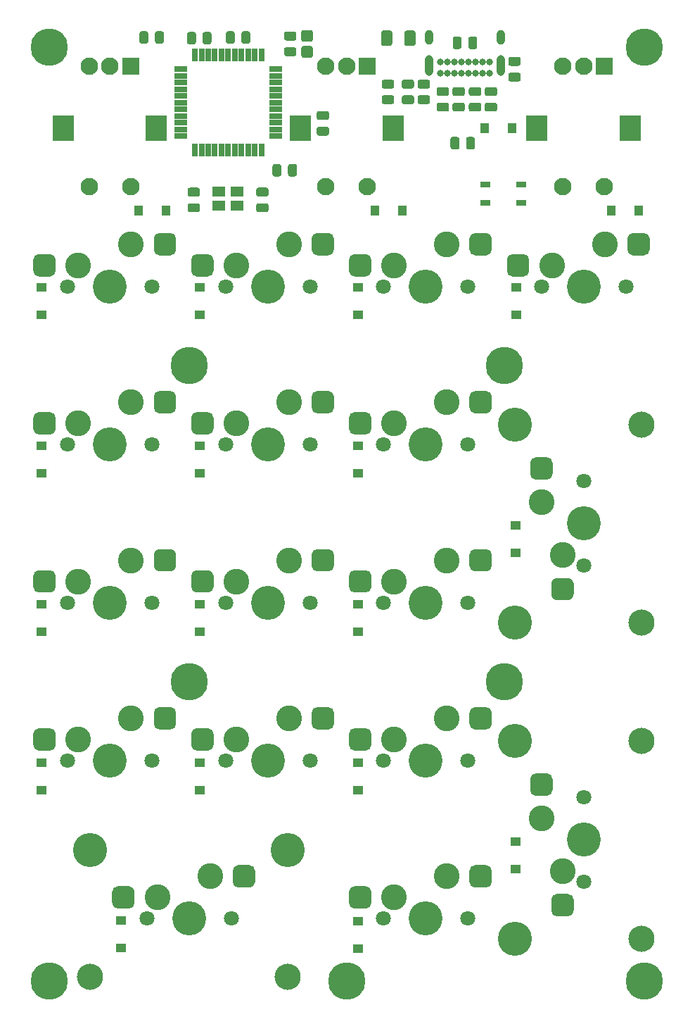
<source format=gbr>
%TF.GenerationSoftware,KiCad,Pcbnew,(5.1.6)-1*%
%TF.CreationDate,2020-11-22T11:15:34-08:00*%
%TF.ProjectId,tenkey_plusplus,74656e6b-6579-45f7-906c-7573706c7573,1*%
%TF.SameCoordinates,Original*%
%TF.FileFunction,Soldermask,Bot*%
%TF.FilePolarity,Negative*%
%FSLAX46Y46*%
G04 Gerber Fmt 4.6, Leading zero omitted, Abs format (unit mm)*
G04 Created by KiCad (PCBNEW (5.1.6)-1) date 2020-11-22 11:15:34*
%MOMM*%
%LPD*%
G01*
G04 APERTURE LIST*
%ADD10R,1.500000X1.300000*%
%ADD11R,1.150000X0.750000*%
%ADD12C,4.100000*%
%ADD13C,3.150000*%
%ADD14C,1.800000*%
%ADD15C,3.100000*%
%ADD16C,4.090000*%
%ADD17C,4.500000*%
%ADD18R,2.100000X2.100000*%
%ADD19C,2.100000*%
%ADD20R,2.600000X3.100000*%
%ADD21R,1.000000X1.300000*%
%ADD22R,0.650000X1.600000*%
%ADD23R,1.600000X0.650000*%
%ADD24O,1.000000X1.800000*%
%ADD25O,1.000000X2.500000*%
%ADD26C,0.800000*%
%ADD27R,1.300000X1.000000*%
G04 APERTURE END LIST*
D10*
%TO.C,Y1*%
X94856000Y-68598976D03*
X97056000Y-68598976D03*
X97056000Y-66898976D03*
X94856000Y-66898976D03*
%TD*%
%TO.C,RV2*%
G36*
G01*
X128060268Y-55396988D02*
X127097768Y-55396988D01*
G75*
G02*
X126829018Y-55128238I0J268750D01*
G01*
X126829018Y-54590738D01*
G75*
G02*
X127097768Y-54321988I268750J0D01*
G01*
X128060268Y-54321988D01*
G75*
G02*
X128329018Y-54590738I0J-268750D01*
G01*
X128329018Y-55128238D01*
G75*
G02*
X128060268Y-55396988I-268750J0D01*
G01*
G37*
G36*
G01*
X128060268Y-57271988D02*
X127097768Y-57271988D01*
G75*
G02*
X126829018Y-57003238I0J268750D01*
G01*
X126829018Y-56465738D01*
G75*
G02*
X127097768Y-56196988I268750J0D01*
G01*
X128060268Y-56196988D01*
G75*
G02*
X128329018Y-56465738I0J-268750D01*
G01*
X128329018Y-57003238D01*
G75*
G02*
X128060268Y-57271988I-268750J0D01*
G01*
G37*
%TD*%
%TO.C,RV1*%
G36*
G01*
X122281768Y-55396988D02*
X121319268Y-55396988D01*
G75*
G02*
X121050518Y-55128238I0J268750D01*
G01*
X121050518Y-54590738D01*
G75*
G02*
X121319268Y-54321988I268750J0D01*
G01*
X122281768Y-54321988D01*
G75*
G02*
X122550518Y-54590738I0J-268750D01*
G01*
X122550518Y-55128238D01*
G75*
G02*
X122281768Y-55396988I-268750J0D01*
G01*
G37*
G36*
G01*
X122281768Y-57271988D02*
X121319268Y-57271988D01*
G75*
G02*
X121050518Y-57003238I0J268750D01*
G01*
X121050518Y-56465738D01*
G75*
G02*
X121319268Y-56196988I268750J0D01*
G01*
X122281768Y-56196988D01*
G75*
G02*
X122550518Y-56465738I0J-268750D01*
G01*
X122550518Y-57003238D01*
G75*
G02*
X122281768Y-57271988I-268750J0D01*
G01*
G37*
%TD*%
%TO.C,R11*%
G36*
G01*
X126155268Y-55396988D02*
X125192768Y-55396988D01*
G75*
G02*
X124924018Y-55128238I0J268750D01*
G01*
X124924018Y-54590738D01*
G75*
G02*
X125192768Y-54321988I268750J0D01*
G01*
X126155268Y-54321988D01*
G75*
G02*
X126424018Y-54590738I0J-268750D01*
G01*
X126424018Y-55128238D01*
G75*
G02*
X126155268Y-55396988I-268750J0D01*
G01*
G37*
G36*
G01*
X126155268Y-57271988D02*
X125192768Y-57271988D01*
G75*
G02*
X124924018Y-57003238I0J268750D01*
G01*
X124924018Y-56465738D01*
G75*
G02*
X125192768Y-56196988I268750J0D01*
G01*
X126155268Y-56196988D01*
G75*
G02*
X126424018Y-56465738I0J-268750D01*
G01*
X126424018Y-57003238D01*
G75*
G02*
X126155268Y-57271988I-268750J0D01*
G01*
G37*
%TD*%
%TO.C,R10*%
G36*
G01*
X124186768Y-55396988D02*
X123224268Y-55396988D01*
G75*
G02*
X122955518Y-55128238I0J268750D01*
G01*
X122955518Y-54590738D01*
G75*
G02*
X123224268Y-54321988I268750J0D01*
G01*
X124186768Y-54321988D01*
G75*
G02*
X124455518Y-54590738I0J-268750D01*
G01*
X124455518Y-55128238D01*
G75*
G02*
X124186768Y-55396988I-268750J0D01*
G01*
G37*
G36*
G01*
X124186768Y-57271988D02*
X123224268Y-57271988D01*
G75*
G02*
X122955518Y-57003238I0J268750D01*
G01*
X122955518Y-56465738D01*
G75*
G02*
X123224268Y-56196988I268750J0D01*
G01*
X124186768Y-56196988D01*
G75*
G02*
X124455518Y-56465738I0J-268750D01*
G01*
X124455518Y-57003238D01*
G75*
G02*
X124186768Y-57271988I-268750J0D01*
G01*
G37*
%TD*%
%TO.C,R6*%
G36*
G01*
X102944762Y-49532018D02*
X103907262Y-49532018D01*
G75*
G02*
X104176012Y-49800768I0J-268750D01*
G01*
X104176012Y-50338268D01*
G75*
G02*
X103907262Y-50607018I-268750J0D01*
G01*
X102944762Y-50607018D01*
G75*
G02*
X102676012Y-50338268I0J268750D01*
G01*
X102676012Y-49800768D01*
G75*
G02*
X102944762Y-49532018I268750J0D01*
G01*
G37*
G36*
G01*
X102944762Y-47657018D02*
X103907262Y-47657018D01*
G75*
G02*
X104176012Y-47925768I0J-268750D01*
G01*
X104176012Y-48463268D01*
G75*
G02*
X103907262Y-48732018I-268750J0D01*
G01*
X102944762Y-48732018D01*
G75*
G02*
X102676012Y-48463268I0J268750D01*
G01*
X102676012Y-47925768D01*
G75*
G02*
X102944762Y-47657018I268750J0D01*
G01*
G37*
%TD*%
%TO.C,R5*%
G36*
G01*
X117116768Y-55308488D02*
X118079268Y-55308488D01*
G75*
G02*
X118348018Y-55577238I0J-268750D01*
G01*
X118348018Y-56114738D01*
G75*
G02*
X118079268Y-56383488I-268750J0D01*
G01*
X117116768Y-56383488D01*
G75*
G02*
X116848018Y-56114738I0J268750D01*
G01*
X116848018Y-55577238D01*
G75*
G02*
X117116768Y-55308488I268750J0D01*
G01*
G37*
G36*
G01*
X117116768Y-53433488D02*
X118079268Y-53433488D01*
G75*
G02*
X118348018Y-53702238I0J-268750D01*
G01*
X118348018Y-54239738D01*
G75*
G02*
X118079268Y-54508488I-268750J0D01*
G01*
X117116768Y-54508488D01*
G75*
G02*
X116848018Y-54239738I0J268750D01*
G01*
X116848018Y-53702238D01*
G75*
G02*
X117116768Y-53433488I268750J0D01*
G01*
G37*
%TD*%
%TO.C,R4*%
G36*
G01*
X87151018Y-48849238D02*
X87151018Y-47886738D01*
G75*
G02*
X87419768Y-47617988I268750J0D01*
G01*
X87957268Y-47617988D01*
G75*
G02*
X88226018Y-47886738I0J-268750D01*
G01*
X88226018Y-48849238D01*
G75*
G02*
X87957268Y-49117988I-268750J0D01*
G01*
X87419768Y-49117988D01*
G75*
G02*
X87151018Y-48849238I0J268750D01*
G01*
G37*
G36*
G01*
X85276018Y-48849238D02*
X85276018Y-47886738D01*
G75*
G02*
X85544768Y-47617988I268750J0D01*
G01*
X86082268Y-47617988D01*
G75*
G02*
X86351018Y-47886738I0J-268750D01*
G01*
X86351018Y-48849238D01*
G75*
G02*
X86082268Y-49117988I-268750J0D01*
G01*
X85544768Y-49117988D01*
G75*
G02*
X85276018Y-48849238I0J268750D01*
G01*
G37*
%TD*%
%TO.C,R3*%
G36*
G01*
X124056018Y-48521738D02*
X124056018Y-49484238D01*
G75*
G02*
X123787268Y-49752988I-268750J0D01*
G01*
X123249768Y-49752988D01*
G75*
G02*
X122981018Y-49484238I0J268750D01*
G01*
X122981018Y-48521738D01*
G75*
G02*
X123249768Y-48252988I268750J0D01*
G01*
X123787268Y-48252988D01*
G75*
G02*
X124056018Y-48521738I0J-268750D01*
G01*
G37*
G36*
G01*
X125931018Y-48521738D02*
X125931018Y-49484238D01*
G75*
G02*
X125662268Y-49752988I-268750J0D01*
G01*
X125124768Y-49752988D01*
G75*
G02*
X124856018Y-49484238I0J268750D01*
G01*
X124856018Y-48521738D01*
G75*
G02*
X125124768Y-48252988I268750J0D01*
G01*
X125662268Y-48252988D01*
G75*
G02*
X125931018Y-48521738I0J-268750D01*
G01*
G37*
%TD*%
%TO.C,R2*%
G36*
G01*
X129943768Y-52577988D02*
X130906268Y-52577988D01*
G75*
G02*
X131175018Y-52846738I0J-268750D01*
G01*
X131175018Y-53384238D01*
G75*
G02*
X130906268Y-53652988I-268750J0D01*
G01*
X129943768Y-53652988D01*
G75*
G02*
X129675018Y-53384238I0J268750D01*
G01*
X129675018Y-52846738D01*
G75*
G02*
X129943768Y-52577988I268750J0D01*
G01*
G37*
G36*
G01*
X129943768Y-50702988D02*
X130906268Y-50702988D01*
G75*
G02*
X131175018Y-50971738I0J-268750D01*
G01*
X131175018Y-51509238D01*
G75*
G02*
X130906268Y-51777988I-268750J0D01*
G01*
X129943768Y-51777988D01*
G75*
G02*
X129675018Y-51509238I0J268750D01*
G01*
X129675018Y-50971738D01*
G75*
G02*
X129943768Y-50702988I268750J0D01*
G01*
G37*
%TD*%
%TO.C,R1*%
G36*
G01*
X123793018Y-60586738D02*
X123793018Y-61549238D01*
G75*
G02*
X123524268Y-61817988I-268750J0D01*
G01*
X122986768Y-61817988D01*
G75*
G02*
X122718018Y-61549238I0J268750D01*
G01*
X122718018Y-60586738D01*
G75*
G02*
X122986768Y-60317988I268750J0D01*
G01*
X123524268Y-60317988D01*
G75*
G02*
X123793018Y-60586738I0J-268750D01*
G01*
G37*
G36*
G01*
X125668018Y-60586738D02*
X125668018Y-61549238D01*
G75*
G02*
X125399268Y-61817988I-268750J0D01*
G01*
X124861768Y-61817988D01*
G75*
G02*
X124593018Y-61549238I0J268750D01*
G01*
X124593018Y-60586738D01*
G75*
G02*
X124861768Y-60317988I268750J0D01*
G01*
X125399268Y-60317988D01*
G75*
G02*
X125668018Y-60586738I0J-268750D01*
G01*
G37*
%TD*%
%TO.C,F1*%
G36*
G01*
X115714518Y-47789988D02*
X115714518Y-49099988D01*
G75*
G02*
X115444518Y-49369988I-270000J0D01*
G01*
X114634518Y-49369988D01*
G75*
G02*
X114364518Y-49099988I0J270000D01*
G01*
X114364518Y-47789988D01*
G75*
G02*
X114634518Y-47519988I270000J0D01*
G01*
X115444518Y-47519988D01*
G75*
G02*
X115714518Y-47789988I0J-270000D01*
G01*
G37*
G36*
G01*
X118514518Y-47789988D02*
X118514518Y-49099988D01*
G75*
G02*
X118244518Y-49369988I-270000J0D01*
G01*
X117434518Y-49369988D01*
G75*
G02*
X117164518Y-49099988I0J270000D01*
G01*
X117164518Y-47789988D01*
G75*
G02*
X117434518Y-47519988I270000J0D01*
G01*
X118244518Y-47519988D01*
G75*
G02*
X118514518Y-47789988I0J-270000D01*
G01*
G37*
%TD*%
%TO.C,D19*%
G36*
G01*
X105888781Y-48882018D02*
X105027243Y-48882018D01*
G75*
G02*
X104758012Y-48612787I0J269231D01*
G01*
X104758012Y-47726249D01*
G75*
G02*
X105027243Y-47457018I269231J0D01*
G01*
X105888781Y-47457018D01*
G75*
G02*
X106158012Y-47726249I0J-269231D01*
G01*
X106158012Y-48612787D01*
G75*
G02*
X105888781Y-48882018I-269231J0D01*
G01*
G37*
G36*
G01*
X105888781Y-50807018D02*
X105027243Y-50807018D01*
G75*
G02*
X104758012Y-50537787I0J269231D01*
G01*
X104758012Y-49651249D01*
G75*
G02*
X105027243Y-49382018I269231J0D01*
G01*
X105888781Y-49382018D01*
G75*
G02*
X106158012Y-49651249I0J-269231D01*
G01*
X106158012Y-50537787D01*
G75*
G02*
X105888781Y-50807018I-269231J0D01*
G01*
G37*
%TD*%
%TO.C,C14*%
G36*
G01*
X119021768Y-55308488D02*
X119984268Y-55308488D01*
G75*
G02*
X120253018Y-55577238I0J-268750D01*
G01*
X120253018Y-56114738D01*
G75*
G02*
X119984268Y-56383488I-268750J0D01*
G01*
X119021768Y-56383488D01*
G75*
G02*
X118753018Y-56114738I0J268750D01*
G01*
X118753018Y-55577238D01*
G75*
G02*
X119021768Y-55308488I268750J0D01*
G01*
G37*
G36*
G01*
X119021768Y-53433488D02*
X119984268Y-53433488D01*
G75*
G02*
X120253018Y-53702238I0J-268750D01*
G01*
X120253018Y-54239738D01*
G75*
G02*
X119984268Y-54508488I-268750J0D01*
G01*
X119021768Y-54508488D01*
G75*
G02*
X118753018Y-54239738I0J268750D01*
G01*
X118753018Y-53702238D01*
G75*
G02*
X119021768Y-53433488I268750J0D01*
G01*
G37*
%TD*%
%TO.C,C13*%
G36*
G01*
X115666268Y-54508488D02*
X114703768Y-54508488D01*
G75*
G02*
X114435018Y-54239738I0J268750D01*
G01*
X114435018Y-53702238D01*
G75*
G02*
X114703768Y-53433488I268750J0D01*
G01*
X115666268Y-53433488D01*
G75*
G02*
X115935018Y-53702238I0J-268750D01*
G01*
X115935018Y-54239738D01*
G75*
G02*
X115666268Y-54508488I-268750J0D01*
G01*
G37*
G36*
G01*
X115666268Y-56383488D02*
X114703768Y-56383488D01*
G75*
G02*
X114435018Y-56114738I0J268750D01*
G01*
X114435018Y-55577238D01*
G75*
G02*
X114703768Y-55308488I268750J0D01*
G01*
X115666268Y-55308488D01*
G75*
G02*
X115935018Y-55577238I0J-268750D01*
G01*
X115935018Y-56114738D01*
G75*
G02*
X115666268Y-56383488I-268750J0D01*
G01*
G37*
%TD*%
%TO.C,C6*%
G36*
G01*
X92077000Y-47963750D02*
X92077000Y-48926250D01*
G75*
G02*
X91808250Y-49195000I-268750J0D01*
G01*
X91270750Y-49195000D01*
G75*
G02*
X91002000Y-48926250I0J268750D01*
G01*
X91002000Y-47963750D01*
G75*
G02*
X91270750Y-47695000I268750J0D01*
G01*
X91808250Y-47695000D01*
G75*
G02*
X92077000Y-47963750I0J-268750D01*
G01*
G37*
G36*
G01*
X93952000Y-47963750D02*
X93952000Y-48926250D01*
G75*
G02*
X93683250Y-49195000I-268750J0D01*
G01*
X93145750Y-49195000D01*
G75*
G02*
X92877000Y-48926250I0J268750D01*
G01*
X92877000Y-47963750D01*
G75*
G02*
X93145750Y-47695000I268750J0D01*
G01*
X93683250Y-47695000D01*
G75*
G02*
X93952000Y-47963750I0J-268750D01*
G01*
G37*
%TD*%
%TO.C,C5*%
G36*
G01*
X102364000Y-63838750D02*
X102364000Y-64801250D01*
G75*
G02*
X102095250Y-65070000I-268750J0D01*
G01*
X101557750Y-65070000D01*
G75*
G02*
X101289000Y-64801250I0J268750D01*
G01*
X101289000Y-63838750D01*
G75*
G02*
X101557750Y-63570000I268750J0D01*
G01*
X102095250Y-63570000D01*
G75*
G02*
X102364000Y-63838750I0J-268750D01*
G01*
G37*
G36*
G01*
X104239000Y-63838750D02*
X104239000Y-64801250D01*
G75*
G02*
X103970250Y-65070000I-268750J0D01*
G01*
X103432750Y-65070000D01*
G75*
G02*
X103164000Y-64801250I0J268750D01*
G01*
X103164000Y-63838750D01*
G75*
G02*
X103432750Y-63570000I268750J0D01*
G01*
X103970250Y-63570000D01*
G75*
G02*
X104239000Y-63838750I0J-268750D01*
G01*
G37*
%TD*%
%TO.C,C4*%
G36*
G01*
X96751018Y-47886738D02*
X96751018Y-48849238D01*
G75*
G02*
X96482268Y-49117988I-268750J0D01*
G01*
X95944768Y-49117988D01*
G75*
G02*
X95676018Y-48849238I0J268750D01*
G01*
X95676018Y-47886738D01*
G75*
G02*
X95944768Y-47617988I268750J0D01*
G01*
X96482268Y-47617988D01*
G75*
G02*
X96751018Y-47886738I0J-268750D01*
G01*
G37*
G36*
G01*
X98626018Y-47886738D02*
X98626018Y-48849238D01*
G75*
G02*
X98357268Y-49117988I-268750J0D01*
G01*
X97819768Y-49117988D01*
G75*
G02*
X97551018Y-48849238I0J268750D01*
G01*
X97551018Y-47886738D01*
G75*
G02*
X97819768Y-47617988I268750J0D01*
G01*
X98357268Y-47617988D01*
G75*
G02*
X98626018Y-47886738I0J-268750D01*
G01*
G37*
%TD*%
%TO.C,C3*%
G36*
G01*
X106881762Y-59082418D02*
X107844262Y-59082418D01*
G75*
G02*
X108113012Y-59351168I0J-268750D01*
G01*
X108113012Y-59888668D01*
G75*
G02*
X107844262Y-60157418I-268750J0D01*
G01*
X106881762Y-60157418D01*
G75*
G02*
X106613012Y-59888668I0J268750D01*
G01*
X106613012Y-59351168D01*
G75*
G02*
X106881762Y-59082418I268750J0D01*
G01*
G37*
G36*
G01*
X106881762Y-57207418D02*
X107844262Y-57207418D01*
G75*
G02*
X108113012Y-57476168I0J-268750D01*
G01*
X108113012Y-58013668D01*
G75*
G02*
X107844262Y-58282418I-268750J0D01*
G01*
X106881762Y-58282418D01*
G75*
G02*
X106613012Y-58013668I0J268750D01*
G01*
X106613012Y-57476168D01*
G75*
G02*
X106881762Y-57207418I268750J0D01*
G01*
G37*
%TD*%
%TO.C,C2*%
G36*
G01*
X92298268Y-67489976D02*
X91335768Y-67489976D01*
G75*
G02*
X91067018Y-67221226I0J268750D01*
G01*
X91067018Y-66683726D01*
G75*
G02*
X91335768Y-66414976I268750J0D01*
G01*
X92298268Y-66414976D01*
G75*
G02*
X92567018Y-66683726I0J-268750D01*
G01*
X92567018Y-67221226D01*
G75*
G02*
X92298268Y-67489976I-268750J0D01*
G01*
G37*
G36*
G01*
X92298268Y-69364976D02*
X91335768Y-69364976D01*
G75*
G02*
X91067018Y-69096226I0J268750D01*
G01*
X91067018Y-68558726D01*
G75*
G02*
X91335768Y-68289976I268750J0D01*
G01*
X92298268Y-68289976D01*
G75*
G02*
X92567018Y-68558726I0J-268750D01*
G01*
X92567018Y-69096226D01*
G75*
G02*
X92298268Y-69364976I-268750J0D01*
G01*
G37*
%TD*%
%TO.C,C1*%
G36*
G01*
X99590768Y-68289976D02*
X100553268Y-68289976D01*
G75*
G02*
X100822018Y-68558726I0J-268750D01*
G01*
X100822018Y-69096226D01*
G75*
G02*
X100553268Y-69364976I-268750J0D01*
G01*
X99590768Y-69364976D01*
G75*
G02*
X99322018Y-69096226I0J268750D01*
G01*
X99322018Y-68558726D01*
G75*
G02*
X99590768Y-68289976I268750J0D01*
G01*
G37*
G36*
G01*
X99590768Y-66414976D02*
X100553268Y-66414976D01*
G75*
G02*
X100822018Y-66683726I0J-268750D01*
G01*
X100822018Y-67221226D01*
G75*
G02*
X100553268Y-67489976I-268750J0D01*
G01*
X99590768Y-67489976D01*
G75*
G02*
X99322018Y-67221226I0J268750D01*
G01*
X99322018Y-66683726D01*
G75*
G02*
X99590768Y-66414976I268750J0D01*
G01*
G37*
%TD*%
D11*
%TO.C,S18*%
X131213012Y-66063018D03*
X126947012Y-66063018D03*
X131213012Y-68269018D03*
X126947012Y-68269018D03*
%TD*%
D12*
%TO.C,MNT3*%
X103132012Y-146050018D03*
D13*
X103132012Y-161290018D03*
D12*
X79332012Y-146050018D03*
D13*
X79332012Y-161290018D03*
%TD*%
D12*
%TO.C,MNT2*%
X130492012Y-132890018D03*
D13*
X145732012Y-132890018D03*
D12*
X130492012Y-156690018D03*
D13*
X145732012Y-156690018D03*
%TD*%
D12*
%TO.C,MNT1*%
X130492012Y-94890018D03*
D13*
X145732012Y-94890018D03*
D12*
X130492012Y-118690018D03*
D13*
X145732012Y-118690018D03*
%TD*%
%TO.C,S16*%
G36*
G01*
X81996982Y-152425048D02*
X81996982Y-151075048D01*
G75*
G02*
X82671982Y-150400048I675000J0D01*
G01*
X84021982Y-150400048D01*
G75*
G02*
X84696982Y-151075048I0J-675000D01*
G01*
X84696982Y-152425048D01*
G75*
G02*
X84021982Y-153100048I-675000J0D01*
G01*
X82671982Y-153100048D01*
G75*
G02*
X81996982Y-152425048I0J675000D01*
G01*
G37*
G36*
G01*
X96496982Y-149885048D02*
X96496982Y-148535048D01*
G75*
G02*
X97171982Y-147860048I675000J0D01*
G01*
X98521982Y-147860048D01*
G75*
G02*
X99196982Y-148535048I0J-675000D01*
G01*
X99196982Y-149885048D01*
G75*
G02*
X98521982Y-150560048I-675000J0D01*
G01*
X97171982Y-150560048D01*
G75*
G02*
X96496982Y-149885048I0J675000D01*
G01*
G37*
D14*
X96311982Y-154290048D03*
X86151982Y-154290048D03*
D15*
X93771982Y-149210048D03*
X87421982Y-151750048D03*
D16*
X91231982Y-154290048D03*
%TD*%
%TO.C,S15*%
G36*
G01*
X136867012Y-154025042D02*
X135517012Y-154025042D01*
G75*
G02*
X134842012Y-153350042I0J675000D01*
G01*
X134842012Y-152000042D01*
G75*
G02*
X135517012Y-151325042I675000J0D01*
G01*
X136867012Y-151325042D01*
G75*
G02*
X137542012Y-152000042I0J-675000D01*
G01*
X137542012Y-153350042D01*
G75*
G02*
X136867012Y-154025042I-675000J0D01*
G01*
G37*
G36*
G01*
X134327012Y-139525042D02*
X132977012Y-139525042D01*
G75*
G02*
X132302012Y-138850042I0J675000D01*
G01*
X132302012Y-137500042D01*
G75*
G02*
X132977012Y-136825042I675000J0D01*
G01*
X134327012Y-136825042D01*
G75*
G02*
X135002012Y-137500042I0J-675000D01*
G01*
X135002012Y-138850042D01*
G75*
G02*
X134327012Y-139525042I-675000J0D01*
G01*
G37*
D14*
X138732012Y-139710042D03*
X138732012Y-149870042D03*
D15*
X133652012Y-142250042D03*
X136192012Y-148600042D03*
D16*
X138732012Y-144790042D03*
%TD*%
%TO.C,S8*%
G36*
G01*
X136867012Y-116025018D02*
X135517012Y-116025018D01*
G75*
G02*
X134842012Y-115350018I0J675000D01*
G01*
X134842012Y-114000018D01*
G75*
G02*
X135517012Y-113325018I675000J0D01*
G01*
X136867012Y-113325018D01*
G75*
G02*
X137542012Y-114000018I0J-675000D01*
G01*
X137542012Y-115350018D01*
G75*
G02*
X136867012Y-116025018I-675000J0D01*
G01*
G37*
G36*
G01*
X134327012Y-101525018D02*
X132977012Y-101525018D01*
G75*
G02*
X132302012Y-100850018I0J675000D01*
G01*
X132302012Y-99500018D01*
G75*
G02*
X132977012Y-98825018I675000J0D01*
G01*
X134327012Y-98825018D01*
G75*
G02*
X135002012Y-99500018I0J-675000D01*
G01*
X135002012Y-100850018D01*
G75*
G02*
X134327012Y-101525018I-675000J0D01*
G01*
G37*
D14*
X138732012Y-101710018D03*
X138732012Y-111870018D03*
D15*
X133652012Y-104250018D03*
X136192012Y-110600018D03*
D16*
X138732012Y-106790018D03*
%TD*%
D17*
%TO.C,H9*%
X110232018Y-161778988D03*
%TD*%
%TO.C,H8*%
X91232000Y-87790000D03*
%TD*%
%TO.C,H7*%
X91232000Y-125790030D03*
%TD*%
%TO.C,H6*%
X74418018Y-49510988D03*
%TD*%
%TO.C,H5*%
X146046018Y-49510988D03*
%TD*%
%TO.C,H4*%
X74418018Y-161778988D03*
%TD*%
%TO.C,H3*%
X129232000Y-87790006D03*
%TD*%
%TO.C,H2*%
X146046018Y-161778988D03*
%TD*%
%TO.C,H1*%
X129232000Y-125790000D03*
%TD*%
D18*
%TO.C,SW3*%
X112732018Y-51789988D03*
D19*
X110232018Y-51789988D03*
X107732018Y-51789988D03*
D20*
X115832018Y-59289988D03*
X104632018Y-59289988D03*
D19*
X112732018Y-66289988D03*
X107732018Y-66289988D03*
%TD*%
%TO.C,S17*%
G36*
G01*
X110497000Y-152425048D02*
X110497000Y-151075048D01*
G75*
G02*
X111172000Y-150400048I675000J0D01*
G01*
X112522000Y-150400048D01*
G75*
G02*
X113197000Y-151075048I0J-675000D01*
G01*
X113197000Y-152425048D01*
G75*
G02*
X112522000Y-153100048I-675000J0D01*
G01*
X111172000Y-153100048D01*
G75*
G02*
X110497000Y-152425048I0J675000D01*
G01*
G37*
G36*
G01*
X124997000Y-149885048D02*
X124997000Y-148535048D01*
G75*
G02*
X125672000Y-147860048I675000J0D01*
G01*
X127022000Y-147860048D01*
G75*
G02*
X127697000Y-148535048I0J-675000D01*
G01*
X127697000Y-149885048D01*
G75*
G02*
X127022000Y-150560048I-675000J0D01*
G01*
X125672000Y-150560048D01*
G75*
G02*
X124997000Y-149885048I0J675000D01*
G01*
G37*
D14*
X124812000Y-154290048D03*
X114652000Y-154290048D03*
D15*
X122272000Y-149210048D03*
X115922000Y-151750048D03*
D16*
X119732000Y-154290048D03*
%TD*%
%TO.C,S14*%
G36*
G01*
X110497000Y-133425000D02*
X110497000Y-132075000D01*
G75*
G02*
X111172000Y-131400000I675000J0D01*
G01*
X112522000Y-131400000D01*
G75*
G02*
X113197000Y-132075000I0J-675000D01*
G01*
X113197000Y-133425000D01*
G75*
G02*
X112522000Y-134100000I-675000J0D01*
G01*
X111172000Y-134100000D01*
G75*
G02*
X110497000Y-133425000I0J675000D01*
G01*
G37*
G36*
G01*
X124997000Y-130885000D02*
X124997000Y-129535000D01*
G75*
G02*
X125672000Y-128860000I675000J0D01*
G01*
X127022000Y-128860000D01*
G75*
G02*
X127697000Y-129535000I0J-675000D01*
G01*
X127697000Y-130885000D01*
G75*
G02*
X127022000Y-131560000I-675000J0D01*
G01*
X125672000Y-131560000D01*
G75*
G02*
X124997000Y-130885000I0J675000D01*
G01*
G37*
D14*
X124812000Y-135290000D03*
X114652000Y-135290000D03*
D15*
X122272000Y-130210000D03*
X115922000Y-132750000D03*
D16*
X119732000Y-135290000D03*
%TD*%
%TO.C,S13*%
G36*
G01*
X91497000Y-133425000D02*
X91497000Y-132075000D01*
G75*
G02*
X92172000Y-131400000I675000J0D01*
G01*
X93522000Y-131400000D01*
G75*
G02*
X94197000Y-132075000I0J-675000D01*
G01*
X94197000Y-133425000D01*
G75*
G02*
X93522000Y-134100000I-675000J0D01*
G01*
X92172000Y-134100000D01*
G75*
G02*
X91497000Y-133425000I0J675000D01*
G01*
G37*
G36*
G01*
X105997000Y-130885000D02*
X105997000Y-129535000D01*
G75*
G02*
X106672000Y-128860000I675000J0D01*
G01*
X108022000Y-128860000D01*
G75*
G02*
X108697000Y-129535000I0J-675000D01*
G01*
X108697000Y-130885000D01*
G75*
G02*
X108022000Y-131560000I-675000J0D01*
G01*
X106672000Y-131560000D01*
G75*
G02*
X105997000Y-130885000I0J675000D01*
G01*
G37*
D14*
X105812000Y-135290000D03*
X95652000Y-135290000D03*
D15*
X103272000Y-130210000D03*
X96922000Y-132750000D03*
D16*
X100732000Y-135290000D03*
%TD*%
%TO.C,S12*%
G36*
G01*
X72496976Y-133425036D02*
X72496976Y-132075036D01*
G75*
G02*
X73171976Y-131400036I675000J0D01*
G01*
X74521976Y-131400036D01*
G75*
G02*
X75196976Y-132075036I0J-675000D01*
G01*
X75196976Y-133425036D01*
G75*
G02*
X74521976Y-134100036I-675000J0D01*
G01*
X73171976Y-134100036D01*
G75*
G02*
X72496976Y-133425036I0J675000D01*
G01*
G37*
G36*
G01*
X86996976Y-130885036D02*
X86996976Y-129535036D01*
G75*
G02*
X87671976Y-128860036I675000J0D01*
G01*
X89021976Y-128860036D01*
G75*
G02*
X89696976Y-129535036I0J-675000D01*
G01*
X89696976Y-130885036D01*
G75*
G02*
X89021976Y-131560036I-675000J0D01*
G01*
X87671976Y-131560036D01*
G75*
G02*
X86996976Y-130885036I0J675000D01*
G01*
G37*
D14*
X86811976Y-135290036D03*
X76651976Y-135290036D03*
D15*
X84271976Y-130210036D03*
X77921976Y-132750036D03*
D16*
X81731976Y-135290036D03*
%TD*%
%TO.C,S11*%
G36*
G01*
X110497000Y-114425000D02*
X110497000Y-113075000D01*
G75*
G02*
X111172000Y-112400000I675000J0D01*
G01*
X112522000Y-112400000D01*
G75*
G02*
X113197000Y-113075000I0J-675000D01*
G01*
X113197000Y-114425000D01*
G75*
G02*
X112522000Y-115100000I-675000J0D01*
G01*
X111172000Y-115100000D01*
G75*
G02*
X110497000Y-114425000I0J675000D01*
G01*
G37*
G36*
G01*
X124997000Y-111885000D02*
X124997000Y-110535000D01*
G75*
G02*
X125672000Y-109860000I675000J0D01*
G01*
X127022000Y-109860000D01*
G75*
G02*
X127697000Y-110535000I0J-675000D01*
G01*
X127697000Y-111885000D01*
G75*
G02*
X127022000Y-112560000I-675000J0D01*
G01*
X125672000Y-112560000D01*
G75*
G02*
X124997000Y-111885000I0J675000D01*
G01*
G37*
D14*
X124812000Y-116290000D03*
X114652000Y-116290000D03*
D15*
X122272000Y-111210000D03*
X115922000Y-113750000D03*
D16*
X119732000Y-116290000D03*
%TD*%
%TO.C,S10*%
G36*
G01*
X91497000Y-114425000D02*
X91497000Y-113075000D01*
G75*
G02*
X92172000Y-112400000I675000J0D01*
G01*
X93522000Y-112400000D01*
G75*
G02*
X94197000Y-113075000I0J-675000D01*
G01*
X94197000Y-114425000D01*
G75*
G02*
X93522000Y-115100000I-675000J0D01*
G01*
X92172000Y-115100000D01*
G75*
G02*
X91497000Y-114425000I0J675000D01*
G01*
G37*
G36*
G01*
X105997000Y-111885000D02*
X105997000Y-110535000D01*
G75*
G02*
X106672000Y-109860000I675000J0D01*
G01*
X108022000Y-109860000D01*
G75*
G02*
X108697000Y-110535000I0J-675000D01*
G01*
X108697000Y-111885000D01*
G75*
G02*
X108022000Y-112560000I-675000J0D01*
G01*
X106672000Y-112560000D01*
G75*
G02*
X105997000Y-111885000I0J675000D01*
G01*
G37*
D14*
X105812000Y-116290000D03*
X95652000Y-116290000D03*
D15*
X103272000Y-111210000D03*
X96922000Y-113750000D03*
D16*
X100732000Y-116290000D03*
%TD*%
%TO.C,S9*%
G36*
G01*
X72496976Y-114425024D02*
X72496976Y-113075024D01*
G75*
G02*
X73171976Y-112400024I675000J0D01*
G01*
X74521976Y-112400024D01*
G75*
G02*
X75196976Y-113075024I0J-675000D01*
G01*
X75196976Y-114425024D01*
G75*
G02*
X74521976Y-115100024I-675000J0D01*
G01*
X73171976Y-115100024D01*
G75*
G02*
X72496976Y-114425024I0J675000D01*
G01*
G37*
G36*
G01*
X86996976Y-111885024D02*
X86996976Y-110535024D01*
G75*
G02*
X87671976Y-109860024I675000J0D01*
G01*
X89021976Y-109860024D01*
G75*
G02*
X89696976Y-110535024I0J-675000D01*
G01*
X89696976Y-111885024D01*
G75*
G02*
X89021976Y-112560024I-675000J0D01*
G01*
X87671976Y-112560024D01*
G75*
G02*
X86996976Y-111885024I0J675000D01*
G01*
G37*
D14*
X86811976Y-116290024D03*
X76651976Y-116290024D03*
D15*
X84271976Y-111210024D03*
X77921976Y-113750024D03*
D16*
X81731976Y-116290024D03*
%TD*%
%TO.C,S7*%
G36*
G01*
X110497000Y-95425012D02*
X110497000Y-94075012D01*
G75*
G02*
X111172000Y-93400012I675000J0D01*
G01*
X112522000Y-93400012D01*
G75*
G02*
X113197000Y-94075012I0J-675000D01*
G01*
X113197000Y-95425012D01*
G75*
G02*
X112522000Y-96100012I-675000J0D01*
G01*
X111172000Y-96100012D01*
G75*
G02*
X110497000Y-95425012I0J675000D01*
G01*
G37*
G36*
G01*
X124997000Y-92885012D02*
X124997000Y-91535012D01*
G75*
G02*
X125672000Y-90860012I675000J0D01*
G01*
X127022000Y-90860012D01*
G75*
G02*
X127697000Y-91535012I0J-675000D01*
G01*
X127697000Y-92885012D01*
G75*
G02*
X127022000Y-93560012I-675000J0D01*
G01*
X125672000Y-93560012D01*
G75*
G02*
X124997000Y-92885012I0J675000D01*
G01*
G37*
D14*
X124812000Y-97290012D03*
X114652000Y-97290012D03*
D15*
X122272000Y-92210012D03*
X115922000Y-94750012D03*
D16*
X119732000Y-97290012D03*
%TD*%
%TO.C,S6*%
G36*
G01*
X91497000Y-95425000D02*
X91497000Y-94075000D01*
G75*
G02*
X92172000Y-93400000I675000J0D01*
G01*
X93522000Y-93400000D01*
G75*
G02*
X94197000Y-94075000I0J-675000D01*
G01*
X94197000Y-95425000D01*
G75*
G02*
X93522000Y-96100000I-675000J0D01*
G01*
X92172000Y-96100000D01*
G75*
G02*
X91497000Y-95425000I0J675000D01*
G01*
G37*
G36*
G01*
X105997000Y-92885000D02*
X105997000Y-91535000D01*
G75*
G02*
X106672000Y-90860000I675000J0D01*
G01*
X108022000Y-90860000D01*
G75*
G02*
X108697000Y-91535000I0J-675000D01*
G01*
X108697000Y-92885000D01*
G75*
G02*
X108022000Y-93560000I-675000J0D01*
G01*
X106672000Y-93560000D01*
G75*
G02*
X105997000Y-92885000I0J675000D01*
G01*
G37*
D14*
X105812000Y-97290000D03*
X95652000Y-97290000D03*
D15*
X103272000Y-92210000D03*
X96922000Y-94750000D03*
D16*
X100732000Y-97290000D03*
%TD*%
%TO.C,S5*%
G36*
G01*
X72496976Y-95425012D02*
X72496976Y-94075012D01*
G75*
G02*
X73171976Y-93400012I675000J0D01*
G01*
X74521976Y-93400012D01*
G75*
G02*
X75196976Y-94075012I0J-675000D01*
G01*
X75196976Y-95425012D01*
G75*
G02*
X74521976Y-96100012I-675000J0D01*
G01*
X73171976Y-96100012D01*
G75*
G02*
X72496976Y-95425012I0J675000D01*
G01*
G37*
G36*
G01*
X86996976Y-92885012D02*
X86996976Y-91535012D01*
G75*
G02*
X87671976Y-90860012I675000J0D01*
G01*
X89021976Y-90860012D01*
G75*
G02*
X89696976Y-91535012I0J-675000D01*
G01*
X89696976Y-92885012D01*
G75*
G02*
X89021976Y-93560012I-675000J0D01*
G01*
X87671976Y-93560012D01*
G75*
G02*
X86996976Y-92885012I0J675000D01*
G01*
G37*
D14*
X86811976Y-97290012D03*
X76651976Y-97290012D03*
D15*
X84271976Y-92210012D03*
X77921976Y-94750012D03*
D16*
X81731976Y-97290012D03*
%TD*%
%TO.C,S4*%
G36*
G01*
X129497000Y-76425000D02*
X129497000Y-75075000D01*
G75*
G02*
X130172000Y-74400000I675000J0D01*
G01*
X131522000Y-74400000D01*
G75*
G02*
X132197000Y-75075000I0J-675000D01*
G01*
X132197000Y-76425000D01*
G75*
G02*
X131522000Y-77100000I-675000J0D01*
G01*
X130172000Y-77100000D01*
G75*
G02*
X129497000Y-76425000I0J675000D01*
G01*
G37*
G36*
G01*
X143997000Y-73885000D02*
X143997000Y-72535000D01*
G75*
G02*
X144672000Y-71860000I675000J0D01*
G01*
X146022000Y-71860000D01*
G75*
G02*
X146697000Y-72535000I0J-675000D01*
G01*
X146697000Y-73885000D01*
G75*
G02*
X146022000Y-74560000I-675000J0D01*
G01*
X144672000Y-74560000D01*
G75*
G02*
X143997000Y-73885000I0J675000D01*
G01*
G37*
D14*
X143812000Y-78290000D03*
X133652000Y-78290000D03*
D15*
X141272000Y-73210000D03*
X134922000Y-75750000D03*
D16*
X138732000Y-78290000D03*
%TD*%
%TO.C,S3*%
G36*
G01*
X110497000Y-76425000D02*
X110497000Y-75075000D01*
G75*
G02*
X111172000Y-74400000I675000J0D01*
G01*
X112522000Y-74400000D01*
G75*
G02*
X113197000Y-75075000I0J-675000D01*
G01*
X113197000Y-76425000D01*
G75*
G02*
X112522000Y-77100000I-675000J0D01*
G01*
X111172000Y-77100000D01*
G75*
G02*
X110497000Y-76425000I0J675000D01*
G01*
G37*
G36*
G01*
X124997000Y-73885000D02*
X124997000Y-72535000D01*
G75*
G02*
X125672000Y-71860000I675000J0D01*
G01*
X127022000Y-71860000D01*
G75*
G02*
X127697000Y-72535000I0J-675000D01*
G01*
X127697000Y-73885000D01*
G75*
G02*
X127022000Y-74560000I-675000J0D01*
G01*
X125672000Y-74560000D01*
G75*
G02*
X124997000Y-73885000I0J675000D01*
G01*
G37*
D14*
X124812000Y-78290000D03*
X114652000Y-78290000D03*
D15*
X122272000Y-73210000D03*
X115922000Y-75750000D03*
D16*
X119732000Y-78290000D03*
%TD*%
%TO.C,S2*%
G36*
G01*
X91497000Y-76425000D02*
X91497000Y-75075000D01*
G75*
G02*
X92172000Y-74400000I675000J0D01*
G01*
X93522000Y-74400000D01*
G75*
G02*
X94197000Y-75075000I0J-675000D01*
G01*
X94197000Y-76425000D01*
G75*
G02*
X93522000Y-77100000I-675000J0D01*
G01*
X92172000Y-77100000D01*
G75*
G02*
X91497000Y-76425000I0J675000D01*
G01*
G37*
G36*
G01*
X105997000Y-73885000D02*
X105997000Y-72535000D01*
G75*
G02*
X106672000Y-71860000I675000J0D01*
G01*
X108022000Y-71860000D01*
G75*
G02*
X108697000Y-72535000I0J-675000D01*
G01*
X108697000Y-73885000D01*
G75*
G02*
X108022000Y-74560000I-675000J0D01*
G01*
X106672000Y-74560000D01*
G75*
G02*
X105997000Y-73885000I0J675000D01*
G01*
G37*
D14*
X105812000Y-78290000D03*
X95652000Y-78290000D03*
D15*
X103272000Y-73210000D03*
X96922000Y-75750000D03*
D16*
X100732000Y-78290000D03*
%TD*%
%TO.C,S1*%
G36*
G01*
X72496976Y-76425000D02*
X72496976Y-75075000D01*
G75*
G02*
X73171976Y-74400000I675000J0D01*
G01*
X74521976Y-74400000D01*
G75*
G02*
X75196976Y-75075000I0J-675000D01*
G01*
X75196976Y-76425000D01*
G75*
G02*
X74521976Y-77100000I-675000J0D01*
G01*
X73171976Y-77100000D01*
G75*
G02*
X72496976Y-76425000I0J675000D01*
G01*
G37*
G36*
G01*
X86996976Y-73885000D02*
X86996976Y-72535000D01*
G75*
G02*
X87671976Y-71860000I675000J0D01*
G01*
X89021976Y-71860000D01*
G75*
G02*
X89696976Y-72535000I0J-675000D01*
G01*
X89696976Y-73885000D01*
G75*
G02*
X89021976Y-74560000I-675000J0D01*
G01*
X87671976Y-74560000D01*
G75*
G02*
X86996976Y-73885000I0J675000D01*
G01*
G37*
D14*
X86811976Y-78290000D03*
X76651976Y-78290000D03*
D15*
X84271976Y-73210000D03*
X77921976Y-75750000D03*
D16*
X81731976Y-78290000D03*
%TD*%
D21*
%TO.C,D18*%
X126817976Y-59289988D03*
X130117976Y-59289988D03*
%TD*%
D22*
%TO.C,U1*%
X99956000Y-50491976D03*
X99156000Y-50491976D03*
X98356000Y-50491976D03*
X97556000Y-50491976D03*
X96756000Y-50491976D03*
X95956000Y-50491976D03*
X95156000Y-50491976D03*
X94356000Y-50491976D03*
X93556000Y-50491976D03*
X92756000Y-50491976D03*
X91956000Y-50491976D03*
D23*
X90256000Y-52191976D03*
X90256000Y-52991976D03*
X90256000Y-53791976D03*
X90256000Y-54591976D03*
X90256000Y-55391976D03*
X90256000Y-56191976D03*
X90256000Y-56991976D03*
X90256000Y-57791976D03*
X90256000Y-58591976D03*
X90256000Y-59391976D03*
X90256000Y-60191976D03*
D22*
X91956000Y-61891976D03*
X92756000Y-61891976D03*
X93556000Y-61891976D03*
X94356000Y-61891976D03*
X95156000Y-61891976D03*
X95956000Y-61891976D03*
X96756000Y-61891976D03*
X97556000Y-61891976D03*
X98356000Y-61891976D03*
X99156000Y-61891976D03*
X99956000Y-61891976D03*
D23*
X101656000Y-60191976D03*
X101656000Y-59391976D03*
X101656000Y-58591976D03*
X101656000Y-57791976D03*
X101656000Y-56991976D03*
X101656000Y-56191976D03*
X101656000Y-55391976D03*
X101656000Y-54591976D03*
X101656000Y-53791976D03*
X101656000Y-52991976D03*
X101656000Y-52191976D03*
%TD*%
D18*
%TO.C,SW2*%
X141232036Y-51789988D03*
D19*
X138732036Y-51789988D03*
X136232036Y-51789988D03*
D20*
X144332036Y-59289988D03*
X133132036Y-59289988D03*
D19*
X141232036Y-66289988D03*
X136232036Y-66289988D03*
%TD*%
D18*
%TO.C,SW1*%
X84232000Y-51789988D03*
D19*
X81732000Y-51789988D03*
X79232000Y-51789988D03*
D20*
X87332000Y-59289988D03*
X76132000Y-59289988D03*
D19*
X84232000Y-66289988D03*
X79232000Y-66289988D03*
%TD*%
D24*
%TO.C,J1*%
X120156976Y-48325988D03*
X128806976Y-48325988D03*
D25*
X120156976Y-51705988D03*
X128806976Y-51705988D03*
D26*
X124056976Y-51335988D03*
X121506976Y-51335988D03*
X122356976Y-51335988D03*
X123206976Y-51335988D03*
X127456976Y-51335988D03*
X125756976Y-51335988D03*
X124906976Y-51335988D03*
X126606976Y-51335988D03*
X121506976Y-52685988D03*
X122356976Y-52685988D03*
X123206976Y-52685988D03*
X124056976Y-52685988D03*
X124906976Y-52685988D03*
X125756976Y-52685988D03*
X126606976Y-52685988D03*
X127456976Y-52685988D03*
%TD*%
D21*
%TO.C,D23*%
X113610018Y-69145988D03*
X116910018Y-69145988D03*
%TD*%
%TO.C,D22*%
X142058018Y-69145988D03*
X145358018Y-69145988D03*
%TD*%
%TO.C,D21*%
X85162018Y-69145988D03*
X88462018Y-69145988D03*
%TD*%
D27*
%TO.C,D17*%
X111576976Y-154595036D03*
X111576976Y-157895036D03*
%TD*%
%TO.C,D16*%
X83016018Y-154525988D03*
X83016018Y-157825988D03*
%TD*%
%TO.C,D15*%
X130516018Y-145025988D03*
X130516018Y-148325988D03*
%TD*%
%TO.C,D14*%
X111576976Y-135545036D03*
X111576976Y-138845036D03*
%TD*%
%TO.C,D13*%
X92526976Y-135545036D03*
X92526976Y-138845036D03*
%TD*%
%TO.C,D12*%
X73476976Y-135545036D03*
X73476976Y-138845036D03*
%TD*%
%TO.C,D11*%
X111576976Y-116495036D03*
X111576976Y-119795036D03*
%TD*%
%TO.C,D10*%
X92526976Y-116495036D03*
X92526976Y-119795036D03*
%TD*%
%TO.C,D9*%
X73476976Y-116495036D03*
X73476976Y-119795036D03*
%TD*%
%TO.C,D8*%
X130516018Y-107025988D03*
X130516018Y-110325988D03*
%TD*%
%TO.C,D7*%
X111576976Y-97445036D03*
X111576976Y-100745036D03*
%TD*%
%TO.C,D6*%
X92526976Y-97445036D03*
X92526976Y-100745036D03*
%TD*%
%TO.C,D5*%
X73476976Y-97445036D03*
X73476976Y-100745036D03*
%TD*%
%TO.C,D4*%
X130626976Y-78395036D03*
X130626976Y-81695036D03*
%TD*%
%TO.C,D3*%
X111576976Y-78395036D03*
X111576976Y-81695036D03*
%TD*%
%TO.C,D2*%
X92526976Y-78395036D03*
X92526976Y-81695036D03*
%TD*%
%TO.C,D1*%
X73476976Y-78395036D03*
X73476976Y-81695036D03*
%TD*%
M02*

</source>
